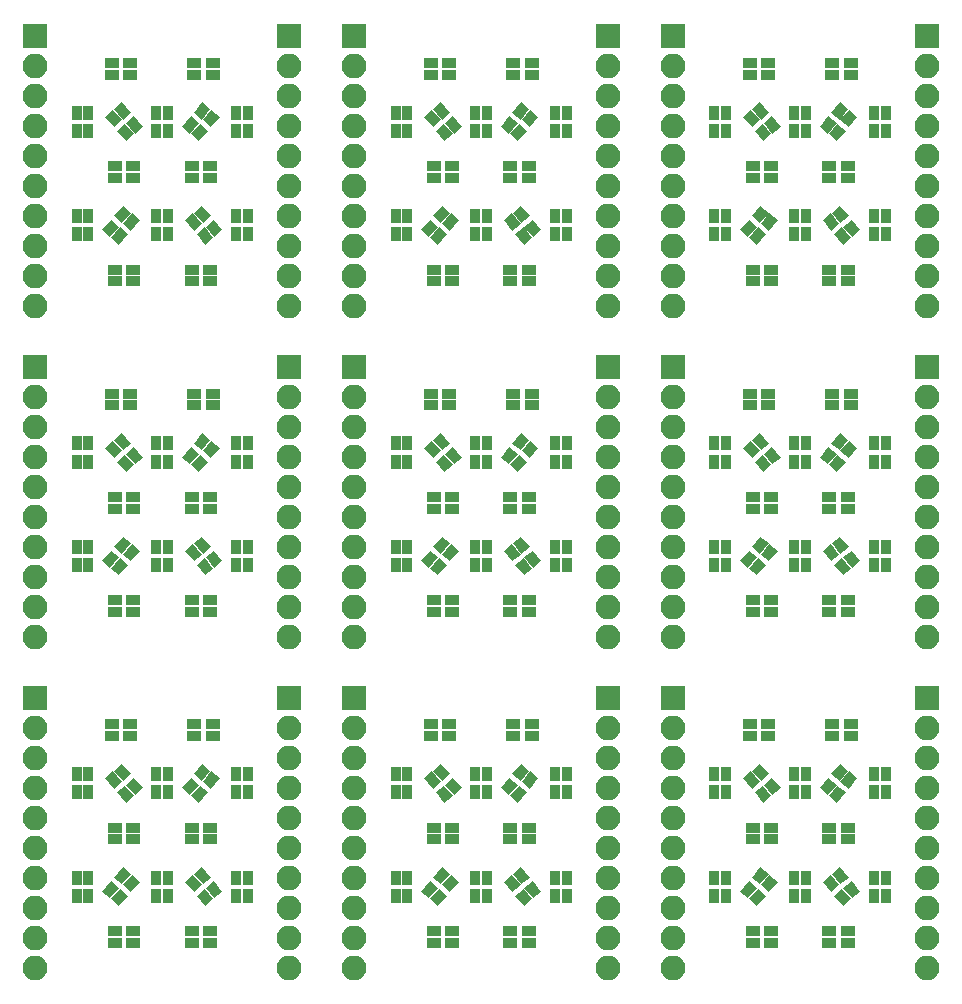
<source format=gbr>
G04 #@! TF.FileFunction,Soldermask,Top*
%FSLAX46Y46*%
G04 Gerber Fmt 4.6, Leading zero omitted, Abs format (unit mm)*
G04 Created by KiCad (PCBNEW 4.0.1-stable) date 2017/04/09 5:42:53*
%MOMM*%
G01*
G04 APERTURE LIST*
%ADD10C,0.100000*%
%ADD11R,1.150000X0.900000*%
%ADD12R,0.900000X1.150000*%
%ADD13R,2.100000X2.100000*%
%ADD14O,2.100000X2.100000*%
G04 APERTURE END LIST*
D10*
D11*
X168775000Y-45750000D03*
X168775000Y-46750000D03*
X167225000Y-45750000D03*
X167225000Y-46750000D03*
X175775000Y-45750000D03*
X175775000Y-46750000D03*
X174225000Y-45750000D03*
X174225000Y-46750000D03*
D12*
X164250000Y-49975000D03*
X165250000Y-49975000D03*
X164250000Y-51525000D03*
X165250000Y-51525000D03*
D10*
G36*
X168083140Y-50628930D02*
X167393700Y-51207439D01*
X166654494Y-50326488D01*
X167343934Y-49747979D01*
X168083140Y-50628930D01*
X168083140Y-50628930D01*
G37*
G36*
X168849185Y-49986143D02*
X168159745Y-50564652D01*
X167420539Y-49683701D01*
X168109979Y-49105192D01*
X168849185Y-49986143D01*
X168849185Y-49986143D01*
G37*
G36*
X169079461Y-51816299D02*
X168390021Y-52394808D01*
X167650815Y-51513857D01*
X168340255Y-50935348D01*
X169079461Y-51816299D01*
X169079461Y-51816299D01*
G37*
G36*
X169845506Y-51173512D02*
X169156066Y-51752021D01*
X168416860Y-50871070D01*
X169106300Y-50292561D01*
X169845506Y-51173512D01*
X169845506Y-51173512D01*
G37*
D12*
X171000000Y-49975000D03*
X172000000Y-49975000D03*
X171000000Y-51525000D03*
X172000000Y-51525000D03*
D10*
G36*
X174840255Y-50564652D02*
X174150815Y-49986143D01*
X174890021Y-49105192D01*
X175579461Y-49683701D01*
X174840255Y-50564652D01*
X174840255Y-50564652D01*
G37*
G36*
X175606300Y-51207439D02*
X174916860Y-50628930D01*
X175656066Y-49747979D01*
X176345506Y-50326488D01*
X175606300Y-51207439D01*
X175606300Y-51207439D01*
G37*
G36*
X173843934Y-51752021D02*
X173154494Y-51173512D01*
X173893700Y-50292561D01*
X174583140Y-50871070D01*
X173843934Y-51752021D01*
X173843934Y-51752021D01*
G37*
G36*
X174609979Y-52394808D02*
X173920539Y-51816299D01*
X174659745Y-50935348D01*
X175349185Y-51513857D01*
X174609979Y-52394808D01*
X174609979Y-52394808D01*
G37*
D12*
X177750000Y-49975000D03*
X178750000Y-49975000D03*
X177750000Y-51525000D03*
X178750000Y-51525000D03*
D11*
X169025000Y-54500000D03*
X169025000Y-55500000D03*
X167475000Y-54500000D03*
X167475000Y-55500000D03*
X175525000Y-54500000D03*
X175525000Y-55500000D03*
X173975000Y-54500000D03*
X173975000Y-55500000D03*
D12*
X164250000Y-58725000D03*
X165250000Y-58725000D03*
X164250000Y-60275000D03*
X165250000Y-60275000D03*
D10*
G36*
X168090255Y-59314652D02*
X167400815Y-58736143D01*
X168140021Y-57855192D01*
X168829461Y-58433701D01*
X168090255Y-59314652D01*
X168090255Y-59314652D01*
G37*
G36*
X168856300Y-59957439D02*
X168166860Y-59378930D01*
X168906066Y-58497979D01*
X169595506Y-59076488D01*
X168856300Y-59957439D01*
X168856300Y-59957439D01*
G37*
G36*
X167093934Y-60502021D02*
X166404494Y-59923512D01*
X167143700Y-59042561D01*
X167833140Y-59621070D01*
X167093934Y-60502021D01*
X167093934Y-60502021D01*
G37*
G36*
X167859979Y-61144808D02*
X167170539Y-60566299D01*
X167909745Y-59685348D01*
X168599185Y-60263857D01*
X167859979Y-61144808D01*
X167859979Y-61144808D01*
G37*
D12*
X171000000Y-58725000D03*
X172000000Y-58725000D03*
X171000000Y-60275000D03*
X172000000Y-60275000D03*
D10*
G36*
X174833140Y-59378930D02*
X174143700Y-59957439D01*
X173404494Y-59076488D01*
X174093934Y-58497979D01*
X174833140Y-59378930D01*
X174833140Y-59378930D01*
G37*
G36*
X175599185Y-58736143D02*
X174909745Y-59314652D01*
X174170539Y-58433701D01*
X174859979Y-57855192D01*
X175599185Y-58736143D01*
X175599185Y-58736143D01*
G37*
G36*
X175829461Y-60566299D02*
X175140021Y-61144808D01*
X174400815Y-60263857D01*
X175090255Y-59685348D01*
X175829461Y-60566299D01*
X175829461Y-60566299D01*
G37*
G36*
X176595506Y-59923512D02*
X175906066Y-60502021D01*
X175166860Y-59621070D01*
X175856300Y-59042561D01*
X176595506Y-59923512D01*
X176595506Y-59923512D01*
G37*
D12*
X177750000Y-58725000D03*
X178750000Y-58725000D03*
X177750000Y-60275000D03*
X178750000Y-60275000D03*
D11*
X169025000Y-63250000D03*
X169025000Y-64250000D03*
X167475000Y-63250000D03*
X167475000Y-64250000D03*
X175525000Y-63250000D03*
X175525000Y-64250000D03*
X173975000Y-63250000D03*
X173975000Y-64250000D03*
D13*
X182250000Y-43500000D03*
D14*
X182250000Y-46040000D03*
X182250000Y-48580000D03*
X182250000Y-51120000D03*
X182250000Y-53660000D03*
X182250000Y-56200000D03*
X182250000Y-58740000D03*
X182250000Y-61280000D03*
X182250000Y-63820000D03*
X182250000Y-66360000D03*
D13*
X160750000Y-43500000D03*
D14*
X160750000Y-46040000D03*
X160750000Y-48580000D03*
X160750000Y-51120000D03*
X160750000Y-53660000D03*
X160750000Y-56200000D03*
X160750000Y-58740000D03*
X160750000Y-61280000D03*
X160750000Y-63820000D03*
X160750000Y-66360000D03*
D13*
X133750000Y-43500000D03*
D14*
X133750000Y-46040000D03*
X133750000Y-48580000D03*
X133750000Y-51120000D03*
X133750000Y-53660000D03*
X133750000Y-56200000D03*
X133750000Y-58740000D03*
X133750000Y-61280000D03*
X133750000Y-63820000D03*
X133750000Y-66360000D03*
D13*
X155250000Y-43500000D03*
D14*
X155250000Y-46040000D03*
X155250000Y-48580000D03*
X155250000Y-51120000D03*
X155250000Y-53660000D03*
X155250000Y-56200000D03*
X155250000Y-58740000D03*
X155250000Y-61280000D03*
X155250000Y-63820000D03*
X155250000Y-66360000D03*
D11*
X148525000Y-63250000D03*
X148525000Y-64250000D03*
X146975000Y-63250000D03*
X146975000Y-64250000D03*
X142025000Y-63250000D03*
X142025000Y-64250000D03*
X140475000Y-63250000D03*
X140475000Y-64250000D03*
D12*
X150750000Y-58725000D03*
X151750000Y-58725000D03*
X150750000Y-60275000D03*
X151750000Y-60275000D03*
D10*
G36*
X147833140Y-59378930D02*
X147143700Y-59957439D01*
X146404494Y-59076488D01*
X147093934Y-58497979D01*
X147833140Y-59378930D01*
X147833140Y-59378930D01*
G37*
G36*
X148599185Y-58736143D02*
X147909745Y-59314652D01*
X147170539Y-58433701D01*
X147859979Y-57855192D01*
X148599185Y-58736143D01*
X148599185Y-58736143D01*
G37*
G36*
X148829461Y-60566299D02*
X148140021Y-61144808D01*
X147400815Y-60263857D01*
X148090255Y-59685348D01*
X148829461Y-60566299D01*
X148829461Y-60566299D01*
G37*
G36*
X149595506Y-59923512D02*
X148906066Y-60502021D01*
X148166860Y-59621070D01*
X148856300Y-59042561D01*
X149595506Y-59923512D01*
X149595506Y-59923512D01*
G37*
D12*
X144000000Y-58725000D03*
X145000000Y-58725000D03*
X144000000Y-60275000D03*
X145000000Y-60275000D03*
D10*
G36*
X141090255Y-59314652D02*
X140400815Y-58736143D01*
X141140021Y-57855192D01*
X141829461Y-58433701D01*
X141090255Y-59314652D01*
X141090255Y-59314652D01*
G37*
G36*
X141856300Y-59957439D02*
X141166860Y-59378930D01*
X141906066Y-58497979D01*
X142595506Y-59076488D01*
X141856300Y-59957439D01*
X141856300Y-59957439D01*
G37*
G36*
X140093934Y-60502021D02*
X139404494Y-59923512D01*
X140143700Y-59042561D01*
X140833140Y-59621070D01*
X140093934Y-60502021D01*
X140093934Y-60502021D01*
G37*
G36*
X140859979Y-61144808D02*
X140170539Y-60566299D01*
X140909745Y-59685348D01*
X141599185Y-60263857D01*
X140859979Y-61144808D01*
X140859979Y-61144808D01*
G37*
D12*
X137250000Y-58725000D03*
X138250000Y-58725000D03*
X137250000Y-60275000D03*
X138250000Y-60275000D03*
D11*
X148525000Y-54500000D03*
X148525000Y-55500000D03*
X146975000Y-54500000D03*
X146975000Y-55500000D03*
X142025000Y-54500000D03*
X142025000Y-55500000D03*
X140475000Y-54500000D03*
X140475000Y-55500000D03*
D12*
X150750000Y-49975000D03*
X151750000Y-49975000D03*
X150750000Y-51525000D03*
X151750000Y-51525000D03*
D10*
G36*
X147840255Y-50564652D02*
X147150815Y-49986143D01*
X147890021Y-49105192D01*
X148579461Y-49683701D01*
X147840255Y-50564652D01*
X147840255Y-50564652D01*
G37*
G36*
X148606300Y-51207439D02*
X147916860Y-50628930D01*
X148656066Y-49747979D01*
X149345506Y-50326488D01*
X148606300Y-51207439D01*
X148606300Y-51207439D01*
G37*
G36*
X146843934Y-51752021D02*
X146154494Y-51173512D01*
X146893700Y-50292561D01*
X147583140Y-50871070D01*
X146843934Y-51752021D01*
X146843934Y-51752021D01*
G37*
G36*
X147609979Y-52394808D02*
X146920539Y-51816299D01*
X147659745Y-50935348D01*
X148349185Y-51513857D01*
X147609979Y-52394808D01*
X147609979Y-52394808D01*
G37*
D12*
X144000000Y-49975000D03*
X145000000Y-49975000D03*
X144000000Y-51525000D03*
X145000000Y-51525000D03*
D10*
G36*
X141083140Y-50628930D02*
X140393700Y-51207439D01*
X139654494Y-50326488D01*
X140343934Y-49747979D01*
X141083140Y-50628930D01*
X141083140Y-50628930D01*
G37*
G36*
X141849185Y-49986143D02*
X141159745Y-50564652D01*
X140420539Y-49683701D01*
X141109979Y-49105192D01*
X141849185Y-49986143D01*
X141849185Y-49986143D01*
G37*
G36*
X142079461Y-51816299D02*
X141390021Y-52394808D01*
X140650815Y-51513857D01*
X141340255Y-50935348D01*
X142079461Y-51816299D01*
X142079461Y-51816299D01*
G37*
G36*
X142845506Y-51173512D02*
X142156066Y-51752021D01*
X141416860Y-50871070D01*
X142106300Y-50292561D01*
X142845506Y-51173512D01*
X142845506Y-51173512D01*
G37*
D12*
X137250000Y-49975000D03*
X138250000Y-49975000D03*
X137250000Y-51525000D03*
X138250000Y-51525000D03*
D11*
X148775000Y-45750000D03*
X148775000Y-46750000D03*
X147225000Y-45750000D03*
X147225000Y-46750000D03*
X141775000Y-45750000D03*
X141775000Y-46750000D03*
X140225000Y-45750000D03*
X140225000Y-46750000D03*
X114775000Y-45750000D03*
X114775000Y-46750000D03*
X113225000Y-45750000D03*
X113225000Y-46750000D03*
X121775000Y-45750000D03*
X121775000Y-46750000D03*
X120225000Y-45750000D03*
X120225000Y-46750000D03*
D12*
X110250000Y-49975000D03*
X111250000Y-49975000D03*
X110250000Y-51525000D03*
X111250000Y-51525000D03*
D10*
G36*
X114083140Y-50628930D02*
X113393700Y-51207439D01*
X112654494Y-50326488D01*
X113343934Y-49747979D01*
X114083140Y-50628930D01*
X114083140Y-50628930D01*
G37*
G36*
X114849185Y-49986143D02*
X114159745Y-50564652D01*
X113420539Y-49683701D01*
X114109979Y-49105192D01*
X114849185Y-49986143D01*
X114849185Y-49986143D01*
G37*
G36*
X115079461Y-51816299D02*
X114390021Y-52394808D01*
X113650815Y-51513857D01*
X114340255Y-50935348D01*
X115079461Y-51816299D01*
X115079461Y-51816299D01*
G37*
G36*
X115845506Y-51173512D02*
X115156066Y-51752021D01*
X114416860Y-50871070D01*
X115106300Y-50292561D01*
X115845506Y-51173512D01*
X115845506Y-51173512D01*
G37*
D12*
X117000000Y-49975000D03*
X118000000Y-49975000D03*
X117000000Y-51525000D03*
X118000000Y-51525000D03*
D10*
G36*
X120840255Y-50564652D02*
X120150815Y-49986143D01*
X120890021Y-49105192D01*
X121579461Y-49683701D01*
X120840255Y-50564652D01*
X120840255Y-50564652D01*
G37*
G36*
X121606300Y-51207439D02*
X120916860Y-50628930D01*
X121656066Y-49747979D01*
X122345506Y-50326488D01*
X121606300Y-51207439D01*
X121606300Y-51207439D01*
G37*
G36*
X119843934Y-51752021D02*
X119154494Y-51173512D01*
X119893700Y-50292561D01*
X120583140Y-50871070D01*
X119843934Y-51752021D01*
X119843934Y-51752021D01*
G37*
G36*
X120609979Y-52394808D02*
X119920539Y-51816299D01*
X120659745Y-50935348D01*
X121349185Y-51513857D01*
X120609979Y-52394808D01*
X120609979Y-52394808D01*
G37*
D12*
X123750000Y-49975000D03*
X124750000Y-49975000D03*
X123750000Y-51525000D03*
X124750000Y-51525000D03*
D11*
X115025000Y-54500000D03*
X115025000Y-55500000D03*
X113475000Y-54500000D03*
X113475000Y-55500000D03*
X121525000Y-54500000D03*
X121525000Y-55500000D03*
X119975000Y-54500000D03*
X119975000Y-55500000D03*
D12*
X110250000Y-58725000D03*
X111250000Y-58725000D03*
X110250000Y-60275000D03*
X111250000Y-60275000D03*
D10*
G36*
X114090255Y-59314652D02*
X113400815Y-58736143D01*
X114140021Y-57855192D01*
X114829461Y-58433701D01*
X114090255Y-59314652D01*
X114090255Y-59314652D01*
G37*
G36*
X114856300Y-59957439D02*
X114166860Y-59378930D01*
X114906066Y-58497979D01*
X115595506Y-59076488D01*
X114856300Y-59957439D01*
X114856300Y-59957439D01*
G37*
G36*
X113093934Y-60502021D02*
X112404494Y-59923512D01*
X113143700Y-59042561D01*
X113833140Y-59621070D01*
X113093934Y-60502021D01*
X113093934Y-60502021D01*
G37*
G36*
X113859979Y-61144808D02*
X113170539Y-60566299D01*
X113909745Y-59685348D01*
X114599185Y-60263857D01*
X113859979Y-61144808D01*
X113859979Y-61144808D01*
G37*
D12*
X117000000Y-58725000D03*
X118000000Y-58725000D03*
X117000000Y-60275000D03*
X118000000Y-60275000D03*
D10*
G36*
X120833140Y-59378930D02*
X120143700Y-59957439D01*
X119404494Y-59076488D01*
X120093934Y-58497979D01*
X120833140Y-59378930D01*
X120833140Y-59378930D01*
G37*
G36*
X121599185Y-58736143D02*
X120909745Y-59314652D01*
X120170539Y-58433701D01*
X120859979Y-57855192D01*
X121599185Y-58736143D01*
X121599185Y-58736143D01*
G37*
G36*
X121829461Y-60566299D02*
X121140021Y-61144808D01*
X120400815Y-60263857D01*
X121090255Y-59685348D01*
X121829461Y-60566299D01*
X121829461Y-60566299D01*
G37*
G36*
X122595506Y-59923512D02*
X121906066Y-60502021D01*
X121166860Y-59621070D01*
X121856300Y-59042561D01*
X122595506Y-59923512D01*
X122595506Y-59923512D01*
G37*
D12*
X123750000Y-58725000D03*
X124750000Y-58725000D03*
X123750000Y-60275000D03*
X124750000Y-60275000D03*
D11*
X115025000Y-63250000D03*
X115025000Y-64250000D03*
X113475000Y-63250000D03*
X113475000Y-64250000D03*
X121525000Y-63250000D03*
X121525000Y-64250000D03*
X119975000Y-63250000D03*
X119975000Y-64250000D03*
D13*
X128250000Y-43500000D03*
D14*
X128250000Y-46040000D03*
X128250000Y-48580000D03*
X128250000Y-51120000D03*
X128250000Y-53660000D03*
X128250000Y-56200000D03*
X128250000Y-58740000D03*
X128250000Y-61280000D03*
X128250000Y-63820000D03*
X128250000Y-66360000D03*
D13*
X106750000Y-43500000D03*
D14*
X106750000Y-46040000D03*
X106750000Y-48580000D03*
X106750000Y-51120000D03*
X106750000Y-53660000D03*
X106750000Y-56200000D03*
X106750000Y-58740000D03*
X106750000Y-61280000D03*
X106750000Y-63820000D03*
X106750000Y-66360000D03*
D13*
X106750000Y-71500000D03*
D14*
X106750000Y-74040000D03*
X106750000Y-76580000D03*
X106750000Y-79120000D03*
X106750000Y-81660000D03*
X106750000Y-84200000D03*
X106750000Y-86740000D03*
X106750000Y-89280000D03*
X106750000Y-91820000D03*
X106750000Y-94360000D03*
D13*
X128250000Y-71500000D03*
D14*
X128250000Y-74040000D03*
X128250000Y-76580000D03*
X128250000Y-79120000D03*
X128250000Y-81660000D03*
X128250000Y-84200000D03*
X128250000Y-86740000D03*
X128250000Y-89280000D03*
X128250000Y-91820000D03*
X128250000Y-94360000D03*
D11*
X121525000Y-91250000D03*
X121525000Y-92250000D03*
X119975000Y-91250000D03*
X119975000Y-92250000D03*
X115025000Y-91250000D03*
X115025000Y-92250000D03*
X113475000Y-91250000D03*
X113475000Y-92250000D03*
D12*
X123750000Y-86725000D03*
X124750000Y-86725000D03*
X123750000Y-88275000D03*
X124750000Y-88275000D03*
D10*
G36*
X120833140Y-87378930D02*
X120143700Y-87957439D01*
X119404494Y-87076488D01*
X120093934Y-86497979D01*
X120833140Y-87378930D01*
X120833140Y-87378930D01*
G37*
G36*
X121599185Y-86736143D02*
X120909745Y-87314652D01*
X120170539Y-86433701D01*
X120859979Y-85855192D01*
X121599185Y-86736143D01*
X121599185Y-86736143D01*
G37*
G36*
X121829461Y-88566299D02*
X121140021Y-89144808D01*
X120400815Y-88263857D01*
X121090255Y-87685348D01*
X121829461Y-88566299D01*
X121829461Y-88566299D01*
G37*
G36*
X122595506Y-87923512D02*
X121906066Y-88502021D01*
X121166860Y-87621070D01*
X121856300Y-87042561D01*
X122595506Y-87923512D01*
X122595506Y-87923512D01*
G37*
D12*
X117000000Y-86725000D03*
X118000000Y-86725000D03*
X117000000Y-88275000D03*
X118000000Y-88275000D03*
D10*
G36*
X114090255Y-87314652D02*
X113400815Y-86736143D01*
X114140021Y-85855192D01*
X114829461Y-86433701D01*
X114090255Y-87314652D01*
X114090255Y-87314652D01*
G37*
G36*
X114856300Y-87957439D02*
X114166860Y-87378930D01*
X114906066Y-86497979D01*
X115595506Y-87076488D01*
X114856300Y-87957439D01*
X114856300Y-87957439D01*
G37*
G36*
X113093934Y-88502021D02*
X112404494Y-87923512D01*
X113143700Y-87042561D01*
X113833140Y-87621070D01*
X113093934Y-88502021D01*
X113093934Y-88502021D01*
G37*
G36*
X113859979Y-89144808D02*
X113170539Y-88566299D01*
X113909745Y-87685348D01*
X114599185Y-88263857D01*
X113859979Y-89144808D01*
X113859979Y-89144808D01*
G37*
D12*
X110250000Y-86725000D03*
X111250000Y-86725000D03*
X110250000Y-88275000D03*
X111250000Y-88275000D03*
D11*
X121525000Y-82500000D03*
X121525000Y-83500000D03*
X119975000Y-82500000D03*
X119975000Y-83500000D03*
X115025000Y-82500000D03*
X115025000Y-83500000D03*
X113475000Y-82500000D03*
X113475000Y-83500000D03*
D12*
X123750000Y-77975000D03*
X124750000Y-77975000D03*
X123750000Y-79525000D03*
X124750000Y-79525000D03*
D10*
G36*
X120840255Y-78564652D02*
X120150815Y-77986143D01*
X120890021Y-77105192D01*
X121579461Y-77683701D01*
X120840255Y-78564652D01*
X120840255Y-78564652D01*
G37*
G36*
X121606300Y-79207439D02*
X120916860Y-78628930D01*
X121656066Y-77747979D01*
X122345506Y-78326488D01*
X121606300Y-79207439D01*
X121606300Y-79207439D01*
G37*
G36*
X119843934Y-79752021D02*
X119154494Y-79173512D01*
X119893700Y-78292561D01*
X120583140Y-78871070D01*
X119843934Y-79752021D01*
X119843934Y-79752021D01*
G37*
G36*
X120609979Y-80394808D02*
X119920539Y-79816299D01*
X120659745Y-78935348D01*
X121349185Y-79513857D01*
X120609979Y-80394808D01*
X120609979Y-80394808D01*
G37*
D12*
X117000000Y-77975000D03*
X118000000Y-77975000D03*
X117000000Y-79525000D03*
X118000000Y-79525000D03*
D10*
G36*
X114083140Y-78628930D02*
X113393700Y-79207439D01*
X112654494Y-78326488D01*
X113343934Y-77747979D01*
X114083140Y-78628930D01*
X114083140Y-78628930D01*
G37*
G36*
X114849185Y-77986143D02*
X114159745Y-78564652D01*
X113420539Y-77683701D01*
X114109979Y-77105192D01*
X114849185Y-77986143D01*
X114849185Y-77986143D01*
G37*
G36*
X115079461Y-79816299D02*
X114390021Y-80394808D01*
X113650815Y-79513857D01*
X114340255Y-78935348D01*
X115079461Y-79816299D01*
X115079461Y-79816299D01*
G37*
G36*
X115845506Y-79173512D02*
X115156066Y-79752021D01*
X114416860Y-78871070D01*
X115106300Y-78292561D01*
X115845506Y-79173512D01*
X115845506Y-79173512D01*
G37*
D12*
X110250000Y-77975000D03*
X111250000Y-77975000D03*
X110250000Y-79525000D03*
X111250000Y-79525000D03*
D11*
X121775000Y-73750000D03*
X121775000Y-74750000D03*
X120225000Y-73750000D03*
X120225000Y-74750000D03*
X114775000Y-73750000D03*
X114775000Y-74750000D03*
X113225000Y-73750000D03*
X113225000Y-74750000D03*
X141775000Y-73750000D03*
X141775000Y-74750000D03*
X140225000Y-73750000D03*
X140225000Y-74750000D03*
X148775000Y-73750000D03*
X148775000Y-74750000D03*
X147225000Y-73750000D03*
X147225000Y-74750000D03*
D12*
X137250000Y-77975000D03*
X138250000Y-77975000D03*
X137250000Y-79525000D03*
X138250000Y-79525000D03*
D10*
G36*
X141083140Y-78628930D02*
X140393700Y-79207439D01*
X139654494Y-78326488D01*
X140343934Y-77747979D01*
X141083140Y-78628930D01*
X141083140Y-78628930D01*
G37*
G36*
X141849185Y-77986143D02*
X141159745Y-78564652D01*
X140420539Y-77683701D01*
X141109979Y-77105192D01*
X141849185Y-77986143D01*
X141849185Y-77986143D01*
G37*
G36*
X142079461Y-79816299D02*
X141390021Y-80394808D01*
X140650815Y-79513857D01*
X141340255Y-78935348D01*
X142079461Y-79816299D01*
X142079461Y-79816299D01*
G37*
G36*
X142845506Y-79173512D02*
X142156066Y-79752021D01*
X141416860Y-78871070D01*
X142106300Y-78292561D01*
X142845506Y-79173512D01*
X142845506Y-79173512D01*
G37*
D12*
X144000000Y-77975000D03*
X145000000Y-77975000D03*
X144000000Y-79525000D03*
X145000000Y-79525000D03*
D10*
G36*
X147840255Y-78564652D02*
X147150815Y-77986143D01*
X147890021Y-77105192D01*
X148579461Y-77683701D01*
X147840255Y-78564652D01*
X147840255Y-78564652D01*
G37*
G36*
X148606300Y-79207439D02*
X147916860Y-78628930D01*
X148656066Y-77747979D01*
X149345506Y-78326488D01*
X148606300Y-79207439D01*
X148606300Y-79207439D01*
G37*
G36*
X146843934Y-79752021D02*
X146154494Y-79173512D01*
X146893700Y-78292561D01*
X147583140Y-78871070D01*
X146843934Y-79752021D01*
X146843934Y-79752021D01*
G37*
G36*
X147609979Y-80394808D02*
X146920539Y-79816299D01*
X147659745Y-78935348D01*
X148349185Y-79513857D01*
X147609979Y-80394808D01*
X147609979Y-80394808D01*
G37*
D12*
X150750000Y-77975000D03*
X151750000Y-77975000D03*
X150750000Y-79525000D03*
X151750000Y-79525000D03*
D11*
X142025000Y-82500000D03*
X142025000Y-83500000D03*
X140475000Y-82500000D03*
X140475000Y-83500000D03*
X148525000Y-82500000D03*
X148525000Y-83500000D03*
X146975000Y-82500000D03*
X146975000Y-83500000D03*
D12*
X137250000Y-86725000D03*
X138250000Y-86725000D03*
X137250000Y-88275000D03*
X138250000Y-88275000D03*
D10*
G36*
X141090255Y-87314652D02*
X140400815Y-86736143D01*
X141140021Y-85855192D01*
X141829461Y-86433701D01*
X141090255Y-87314652D01*
X141090255Y-87314652D01*
G37*
G36*
X141856300Y-87957439D02*
X141166860Y-87378930D01*
X141906066Y-86497979D01*
X142595506Y-87076488D01*
X141856300Y-87957439D01*
X141856300Y-87957439D01*
G37*
G36*
X140093934Y-88502021D02*
X139404494Y-87923512D01*
X140143700Y-87042561D01*
X140833140Y-87621070D01*
X140093934Y-88502021D01*
X140093934Y-88502021D01*
G37*
G36*
X140859979Y-89144808D02*
X140170539Y-88566299D01*
X140909745Y-87685348D01*
X141599185Y-88263857D01*
X140859979Y-89144808D01*
X140859979Y-89144808D01*
G37*
D12*
X144000000Y-86725000D03*
X145000000Y-86725000D03*
X144000000Y-88275000D03*
X145000000Y-88275000D03*
D10*
G36*
X147833140Y-87378930D02*
X147143700Y-87957439D01*
X146404494Y-87076488D01*
X147093934Y-86497979D01*
X147833140Y-87378930D01*
X147833140Y-87378930D01*
G37*
G36*
X148599185Y-86736143D02*
X147909745Y-87314652D01*
X147170539Y-86433701D01*
X147859979Y-85855192D01*
X148599185Y-86736143D01*
X148599185Y-86736143D01*
G37*
G36*
X148829461Y-88566299D02*
X148140021Y-89144808D01*
X147400815Y-88263857D01*
X148090255Y-87685348D01*
X148829461Y-88566299D01*
X148829461Y-88566299D01*
G37*
G36*
X149595506Y-87923512D02*
X148906066Y-88502021D01*
X148166860Y-87621070D01*
X148856300Y-87042561D01*
X149595506Y-87923512D01*
X149595506Y-87923512D01*
G37*
D12*
X150750000Y-86725000D03*
X151750000Y-86725000D03*
X150750000Y-88275000D03*
X151750000Y-88275000D03*
D11*
X142025000Y-91250000D03*
X142025000Y-92250000D03*
X140475000Y-91250000D03*
X140475000Y-92250000D03*
X148525000Y-91250000D03*
X148525000Y-92250000D03*
X146975000Y-91250000D03*
X146975000Y-92250000D03*
D13*
X155250000Y-71500000D03*
D14*
X155250000Y-74040000D03*
X155250000Y-76580000D03*
X155250000Y-79120000D03*
X155250000Y-81660000D03*
X155250000Y-84200000D03*
X155250000Y-86740000D03*
X155250000Y-89280000D03*
X155250000Y-91820000D03*
X155250000Y-94360000D03*
D13*
X133750000Y-71500000D03*
D14*
X133750000Y-74040000D03*
X133750000Y-76580000D03*
X133750000Y-79120000D03*
X133750000Y-81660000D03*
X133750000Y-84200000D03*
X133750000Y-86740000D03*
X133750000Y-89280000D03*
X133750000Y-91820000D03*
X133750000Y-94360000D03*
D13*
X160750000Y-71500000D03*
D14*
X160750000Y-74040000D03*
X160750000Y-76580000D03*
X160750000Y-79120000D03*
X160750000Y-81660000D03*
X160750000Y-84200000D03*
X160750000Y-86740000D03*
X160750000Y-89280000D03*
X160750000Y-91820000D03*
X160750000Y-94360000D03*
D13*
X182250000Y-71500000D03*
D14*
X182250000Y-74040000D03*
X182250000Y-76580000D03*
X182250000Y-79120000D03*
X182250000Y-81660000D03*
X182250000Y-84200000D03*
X182250000Y-86740000D03*
X182250000Y-89280000D03*
X182250000Y-91820000D03*
X182250000Y-94360000D03*
D11*
X175525000Y-91250000D03*
X175525000Y-92250000D03*
X173975000Y-91250000D03*
X173975000Y-92250000D03*
X169025000Y-91250000D03*
X169025000Y-92250000D03*
X167475000Y-91250000D03*
X167475000Y-92250000D03*
D12*
X177750000Y-86725000D03*
X178750000Y-86725000D03*
X177750000Y-88275000D03*
X178750000Y-88275000D03*
D10*
G36*
X174833140Y-87378930D02*
X174143700Y-87957439D01*
X173404494Y-87076488D01*
X174093934Y-86497979D01*
X174833140Y-87378930D01*
X174833140Y-87378930D01*
G37*
G36*
X175599185Y-86736143D02*
X174909745Y-87314652D01*
X174170539Y-86433701D01*
X174859979Y-85855192D01*
X175599185Y-86736143D01*
X175599185Y-86736143D01*
G37*
G36*
X175829461Y-88566299D02*
X175140021Y-89144808D01*
X174400815Y-88263857D01*
X175090255Y-87685348D01*
X175829461Y-88566299D01*
X175829461Y-88566299D01*
G37*
G36*
X176595506Y-87923512D02*
X175906066Y-88502021D01*
X175166860Y-87621070D01*
X175856300Y-87042561D01*
X176595506Y-87923512D01*
X176595506Y-87923512D01*
G37*
D12*
X171000000Y-86725000D03*
X172000000Y-86725000D03*
X171000000Y-88275000D03*
X172000000Y-88275000D03*
D10*
G36*
X168090255Y-87314652D02*
X167400815Y-86736143D01*
X168140021Y-85855192D01*
X168829461Y-86433701D01*
X168090255Y-87314652D01*
X168090255Y-87314652D01*
G37*
G36*
X168856300Y-87957439D02*
X168166860Y-87378930D01*
X168906066Y-86497979D01*
X169595506Y-87076488D01*
X168856300Y-87957439D01*
X168856300Y-87957439D01*
G37*
G36*
X167093934Y-88502021D02*
X166404494Y-87923512D01*
X167143700Y-87042561D01*
X167833140Y-87621070D01*
X167093934Y-88502021D01*
X167093934Y-88502021D01*
G37*
G36*
X167859979Y-89144808D02*
X167170539Y-88566299D01*
X167909745Y-87685348D01*
X168599185Y-88263857D01*
X167859979Y-89144808D01*
X167859979Y-89144808D01*
G37*
D12*
X164250000Y-86725000D03*
X165250000Y-86725000D03*
X164250000Y-88275000D03*
X165250000Y-88275000D03*
D11*
X175525000Y-82500000D03*
X175525000Y-83500000D03*
X173975000Y-82500000D03*
X173975000Y-83500000D03*
X169025000Y-82500000D03*
X169025000Y-83500000D03*
X167475000Y-82500000D03*
X167475000Y-83500000D03*
D12*
X177750000Y-77975000D03*
X178750000Y-77975000D03*
X177750000Y-79525000D03*
X178750000Y-79525000D03*
D10*
G36*
X174840255Y-78564652D02*
X174150815Y-77986143D01*
X174890021Y-77105192D01*
X175579461Y-77683701D01*
X174840255Y-78564652D01*
X174840255Y-78564652D01*
G37*
G36*
X175606300Y-79207439D02*
X174916860Y-78628930D01*
X175656066Y-77747979D01*
X176345506Y-78326488D01*
X175606300Y-79207439D01*
X175606300Y-79207439D01*
G37*
G36*
X173843934Y-79752021D02*
X173154494Y-79173512D01*
X173893700Y-78292561D01*
X174583140Y-78871070D01*
X173843934Y-79752021D01*
X173843934Y-79752021D01*
G37*
G36*
X174609979Y-80394808D02*
X173920539Y-79816299D01*
X174659745Y-78935348D01*
X175349185Y-79513857D01*
X174609979Y-80394808D01*
X174609979Y-80394808D01*
G37*
D12*
X171000000Y-77975000D03*
X172000000Y-77975000D03*
X171000000Y-79525000D03*
X172000000Y-79525000D03*
D10*
G36*
X168083140Y-78628930D02*
X167393700Y-79207439D01*
X166654494Y-78326488D01*
X167343934Y-77747979D01*
X168083140Y-78628930D01*
X168083140Y-78628930D01*
G37*
G36*
X168849185Y-77986143D02*
X168159745Y-78564652D01*
X167420539Y-77683701D01*
X168109979Y-77105192D01*
X168849185Y-77986143D01*
X168849185Y-77986143D01*
G37*
G36*
X169079461Y-79816299D02*
X168390021Y-80394808D01*
X167650815Y-79513857D01*
X168340255Y-78935348D01*
X169079461Y-79816299D01*
X169079461Y-79816299D01*
G37*
G36*
X169845506Y-79173512D02*
X169156066Y-79752021D01*
X168416860Y-78871070D01*
X169106300Y-78292561D01*
X169845506Y-79173512D01*
X169845506Y-79173512D01*
G37*
D12*
X164250000Y-77975000D03*
X165250000Y-77975000D03*
X164250000Y-79525000D03*
X165250000Y-79525000D03*
D11*
X175775000Y-73750000D03*
X175775000Y-74750000D03*
X174225000Y-73750000D03*
X174225000Y-74750000D03*
X168775000Y-73750000D03*
X168775000Y-74750000D03*
X167225000Y-73750000D03*
X167225000Y-74750000D03*
X168775000Y-101750000D03*
X168775000Y-102750000D03*
X167225000Y-101750000D03*
X167225000Y-102750000D03*
X175775000Y-101750000D03*
X175775000Y-102750000D03*
X174225000Y-101750000D03*
X174225000Y-102750000D03*
D12*
X164250000Y-105975000D03*
X165250000Y-105975000D03*
X164250000Y-107525000D03*
X165250000Y-107525000D03*
D10*
G36*
X168083140Y-106628930D02*
X167393700Y-107207439D01*
X166654494Y-106326488D01*
X167343934Y-105747979D01*
X168083140Y-106628930D01*
X168083140Y-106628930D01*
G37*
G36*
X168849185Y-105986143D02*
X168159745Y-106564652D01*
X167420539Y-105683701D01*
X168109979Y-105105192D01*
X168849185Y-105986143D01*
X168849185Y-105986143D01*
G37*
G36*
X169079461Y-107816299D02*
X168390021Y-108394808D01*
X167650815Y-107513857D01*
X168340255Y-106935348D01*
X169079461Y-107816299D01*
X169079461Y-107816299D01*
G37*
G36*
X169845506Y-107173512D02*
X169156066Y-107752021D01*
X168416860Y-106871070D01*
X169106300Y-106292561D01*
X169845506Y-107173512D01*
X169845506Y-107173512D01*
G37*
D12*
X171000000Y-105975000D03*
X172000000Y-105975000D03*
X171000000Y-107525000D03*
X172000000Y-107525000D03*
D10*
G36*
X174840255Y-106564652D02*
X174150815Y-105986143D01*
X174890021Y-105105192D01*
X175579461Y-105683701D01*
X174840255Y-106564652D01*
X174840255Y-106564652D01*
G37*
G36*
X175606300Y-107207439D02*
X174916860Y-106628930D01*
X175656066Y-105747979D01*
X176345506Y-106326488D01*
X175606300Y-107207439D01*
X175606300Y-107207439D01*
G37*
G36*
X173843934Y-107752021D02*
X173154494Y-107173512D01*
X173893700Y-106292561D01*
X174583140Y-106871070D01*
X173843934Y-107752021D01*
X173843934Y-107752021D01*
G37*
G36*
X174609979Y-108394808D02*
X173920539Y-107816299D01*
X174659745Y-106935348D01*
X175349185Y-107513857D01*
X174609979Y-108394808D01*
X174609979Y-108394808D01*
G37*
D12*
X177750000Y-105975000D03*
X178750000Y-105975000D03*
X177750000Y-107525000D03*
X178750000Y-107525000D03*
D11*
X169025000Y-110500000D03*
X169025000Y-111500000D03*
X167475000Y-110500000D03*
X167475000Y-111500000D03*
X175525000Y-110500000D03*
X175525000Y-111500000D03*
X173975000Y-110500000D03*
X173975000Y-111500000D03*
D12*
X164250000Y-114725000D03*
X165250000Y-114725000D03*
X164250000Y-116275000D03*
X165250000Y-116275000D03*
D10*
G36*
X168090255Y-115314652D02*
X167400815Y-114736143D01*
X168140021Y-113855192D01*
X168829461Y-114433701D01*
X168090255Y-115314652D01*
X168090255Y-115314652D01*
G37*
G36*
X168856300Y-115957439D02*
X168166860Y-115378930D01*
X168906066Y-114497979D01*
X169595506Y-115076488D01*
X168856300Y-115957439D01*
X168856300Y-115957439D01*
G37*
G36*
X167093934Y-116502021D02*
X166404494Y-115923512D01*
X167143700Y-115042561D01*
X167833140Y-115621070D01*
X167093934Y-116502021D01*
X167093934Y-116502021D01*
G37*
G36*
X167859979Y-117144808D02*
X167170539Y-116566299D01*
X167909745Y-115685348D01*
X168599185Y-116263857D01*
X167859979Y-117144808D01*
X167859979Y-117144808D01*
G37*
D12*
X171000000Y-114725000D03*
X172000000Y-114725000D03*
X171000000Y-116275000D03*
X172000000Y-116275000D03*
D10*
G36*
X174833140Y-115378930D02*
X174143700Y-115957439D01*
X173404494Y-115076488D01*
X174093934Y-114497979D01*
X174833140Y-115378930D01*
X174833140Y-115378930D01*
G37*
G36*
X175599185Y-114736143D02*
X174909745Y-115314652D01*
X174170539Y-114433701D01*
X174859979Y-113855192D01*
X175599185Y-114736143D01*
X175599185Y-114736143D01*
G37*
G36*
X175829461Y-116566299D02*
X175140021Y-117144808D01*
X174400815Y-116263857D01*
X175090255Y-115685348D01*
X175829461Y-116566299D01*
X175829461Y-116566299D01*
G37*
G36*
X176595506Y-115923512D02*
X175906066Y-116502021D01*
X175166860Y-115621070D01*
X175856300Y-115042561D01*
X176595506Y-115923512D01*
X176595506Y-115923512D01*
G37*
D12*
X177750000Y-114725000D03*
X178750000Y-114725000D03*
X177750000Y-116275000D03*
X178750000Y-116275000D03*
D11*
X169025000Y-119250000D03*
X169025000Y-120250000D03*
X167475000Y-119250000D03*
X167475000Y-120250000D03*
X175525000Y-119250000D03*
X175525000Y-120250000D03*
X173975000Y-119250000D03*
X173975000Y-120250000D03*
D13*
X182250000Y-99500000D03*
D14*
X182250000Y-102040000D03*
X182250000Y-104580000D03*
X182250000Y-107120000D03*
X182250000Y-109660000D03*
X182250000Y-112200000D03*
X182250000Y-114740000D03*
X182250000Y-117280000D03*
X182250000Y-119820000D03*
X182250000Y-122360000D03*
D13*
X160750000Y-99500000D03*
D14*
X160750000Y-102040000D03*
X160750000Y-104580000D03*
X160750000Y-107120000D03*
X160750000Y-109660000D03*
X160750000Y-112200000D03*
X160750000Y-114740000D03*
X160750000Y-117280000D03*
X160750000Y-119820000D03*
X160750000Y-122360000D03*
D13*
X133750000Y-99500000D03*
D14*
X133750000Y-102040000D03*
X133750000Y-104580000D03*
X133750000Y-107120000D03*
X133750000Y-109660000D03*
X133750000Y-112200000D03*
X133750000Y-114740000D03*
X133750000Y-117280000D03*
X133750000Y-119820000D03*
X133750000Y-122360000D03*
D13*
X155250000Y-99500000D03*
D14*
X155250000Y-102040000D03*
X155250000Y-104580000D03*
X155250000Y-107120000D03*
X155250000Y-109660000D03*
X155250000Y-112200000D03*
X155250000Y-114740000D03*
X155250000Y-117280000D03*
X155250000Y-119820000D03*
X155250000Y-122360000D03*
D11*
X148525000Y-119250000D03*
X148525000Y-120250000D03*
X146975000Y-119250000D03*
X146975000Y-120250000D03*
X142025000Y-119250000D03*
X142025000Y-120250000D03*
X140475000Y-119250000D03*
X140475000Y-120250000D03*
D12*
X150750000Y-114725000D03*
X151750000Y-114725000D03*
X150750000Y-116275000D03*
X151750000Y-116275000D03*
D10*
G36*
X147833140Y-115378930D02*
X147143700Y-115957439D01*
X146404494Y-115076488D01*
X147093934Y-114497979D01*
X147833140Y-115378930D01*
X147833140Y-115378930D01*
G37*
G36*
X148599185Y-114736143D02*
X147909745Y-115314652D01*
X147170539Y-114433701D01*
X147859979Y-113855192D01*
X148599185Y-114736143D01*
X148599185Y-114736143D01*
G37*
G36*
X148829461Y-116566299D02*
X148140021Y-117144808D01*
X147400815Y-116263857D01*
X148090255Y-115685348D01*
X148829461Y-116566299D01*
X148829461Y-116566299D01*
G37*
G36*
X149595506Y-115923512D02*
X148906066Y-116502021D01*
X148166860Y-115621070D01*
X148856300Y-115042561D01*
X149595506Y-115923512D01*
X149595506Y-115923512D01*
G37*
D12*
X144000000Y-114725000D03*
X145000000Y-114725000D03*
X144000000Y-116275000D03*
X145000000Y-116275000D03*
D10*
G36*
X141090255Y-115314652D02*
X140400815Y-114736143D01*
X141140021Y-113855192D01*
X141829461Y-114433701D01*
X141090255Y-115314652D01*
X141090255Y-115314652D01*
G37*
G36*
X141856300Y-115957439D02*
X141166860Y-115378930D01*
X141906066Y-114497979D01*
X142595506Y-115076488D01*
X141856300Y-115957439D01*
X141856300Y-115957439D01*
G37*
G36*
X140093934Y-116502021D02*
X139404494Y-115923512D01*
X140143700Y-115042561D01*
X140833140Y-115621070D01*
X140093934Y-116502021D01*
X140093934Y-116502021D01*
G37*
G36*
X140859979Y-117144808D02*
X140170539Y-116566299D01*
X140909745Y-115685348D01*
X141599185Y-116263857D01*
X140859979Y-117144808D01*
X140859979Y-117144808D01*
G37*
D12*
X137250000Y-114725000D03*
X138250000Y-114725000D03*
X137250000Y-116275000D03*
X138250000Y-116275000D03*
D11*
X148525000Y-110500000D03*
X148525000Y-111500000D03*
X146975000Y-110500000D03*
X146975000Y-111500000D03*
X142025000Y-110500000D03*
X142025000Y-111500000D03*
X140475000Y-110500000D03*
X140475000Y-111500000D03*
D12*
X150750000Y-105975000D03*
X151750000Y-105975000D03*
X150750000Y-107525000D03*
X151750000Y-107525000D03*
D10*
G36*
X147840255Y-106564652D02*
X147150815Y-105986143D01*
X147890021Y-105105192D01*
X148579461Y-105683701D01*
X147840255Y-106564652D01*
X147840255Y-106564652D01*
G37*
G36*
X148606300Y-107207439D02*
X147916860Y-106628930D01*
X148656066Y-105747979D01*
X149345506Y-106326488D01*
X148606300Y-107207439D01*
X148606300Y-107207439D01*
G37*
G36*
X146843934Y-107752021D02*
X146154494Y-107173512D01*
X146893700Y-106292561D01*
X147583140Y-106871070D01*
X146843934Y-107752021D01*
X146843934Y-107752021D01*
G37*
G36*
X147609979Y-108394808D02*
X146920539Y-107816299D01*
X147659745Y-106935348D01*
X148349185Y-107513857D01*
X147609979Y-108394808D01*
X147609979Y-108394808D01*
G37*
D12*
X144000000Y-105975000D03*
X145000000Y-105975000D03*
X144000000Y-107525000D03*
X145000000Y-107525000D03*
D10*
G36*
X141083140Y-106628930D02*
X140393700Y-107207439D01*
X139654494Y-106326488D01*
X140343934Y-105747979D01*
X141083140Y-106628930D01*
X141083140Y-106628930D01*
G37*
G36*
X141849185Y-105986143D02*
X141159745Y-106564652D01*
X140420539Y-105683701D01*
X141109979Y-105105192D01*
X141849185Y-105986143D01*
X141849185Y-105986143D01*
G37*
G36*
X142079461Y-107816299D02*
X141390021Y-108394808D01*
X140650815Y-107513857D01*
X141340255Y-106935348D01*
X142079461Y-107816299D01*
X142079461Y-107816299D01*
G37*
G36*
X142845506Y-107173512D02*
X142156066Y-107752021D01*
X141416860Y-106871070D01*
X142106300Y-106292561D01*
X142845506Y-107173512D01*
X142845506Y-107173512D01*
G37*
D12*
X137250000Y-105975000D03*
X138250000Y-105975000D03*
X137250000Y-107525000D03*
X138250000Y-107525000D03*
D11*
X148775000Y-101750000D03*
X148775000Y-102750000D03*
X147225000Y-101750000D03*
X147225000Y-102750000D03*
X141775000Y-101750000D03*
X141775000Y-102750000D03*
X140225000Y-101750000D03*
X140225000Y-102750000D03*
X114775000Y-101750000D03*
X114775000Y-102750000D03*
X113225000Y-101750000D03*
X113225000Y-102750000D03*
X121775000Y-101750000D03*
X121775000Y-102750000D03*
X120225000Y-101750000D03*
X120225000Y-102750000D03*
D12*
X110250000Y-105975000D03*
X111250000Y-105975000D03*
X110250000Y-107525000D03*
X111250000Y-107525000D03*
D10*
G36*
X114083140Y-106628930D02*
X113393700Y-107207439D01*
X112654494Y-106326488D01*
X113343934Y-105747979D01*
X114083140Y-106628930D01*
X114083140Y-106628930D01*
G37*
G36*
X114849185Y-105986143D02*
X114159745Y-106564652D01*
X113420539Y-105683701D01*
X114109979Y-105105192D01*
X114849185Y-105986143D01*
X114849185Y-105986143D01*
G37*
G36*
X115079461Y-107816299D02*
X114390021Y-108394808D01*
X113650815Y-107513857D01*
X114340255Y-106935348D01*
X115079461Y-107816299D01*
X115079461Y-107816299D01*
G37*
G36*
X115845506Y-107173512D02*
X115156066Y-107752021D01*
X114416860Y-106871070D01*
X115106300Y-106292561D01*
X115845506Y-107173512D01*
X115845506Y-107173512D01*
G37*
D12*
X117000000Y-105975000D03*
X118000000Y-105975000D03*
X117000000Y-107525000D03*
X118000000Y-107525000D03*
D10*
G36*
X120840255Y-106564652D02*
X120150815Y-105986143D01*
X120890021Y-105105192D01*
X121579461Y-105683701D01*
X120840255Y-106564652D01*
X120840255Y-106564652D01*
G37*
G36*
X121606300Y-107207439D02*
X120916860Y-106628930D01*
X121656066Y-105747979D01*
X122345506Y-106326488D01*
X121606300Y-107207439D01*
X121606300Y-107207439D01*
G37*
G36*
X119843934Y-107752021D02*
X119154494Y-107173512D01*
X119893700Y-106292561D01*
X120583140Y-106871070D01*
X119843934Y-107752021D01*
X119843934Y-107752021D01*
G37*
G36*
X120609979Y-108394808D02*
X119920539Y-107816299D01*
X120659745Y-106935348D01*
X121349185Y-107513857D01*
X120609979Y-108394808D01*
X120609979Y-108394808D01*
G37*
D12*
X123750000Y-105975000D03*
X124750000Y-105975000D03*
X123750000Y-107525000D03*
X124750000Y-107525000D03*
D11*
X115025000Y-110500000D03*
X115025000Y-111500000D03*
X113475000Y-110500000D03*
X113475000Y-111500000D03*
X121525000Y-110500000D03*
X121525000Y-111500000D03*
X119975000Y-110500000D03*
X119975000Y-111500000D03*
D12*
X110250000Y-114725000D03*
X111250000Y-114725000D03*
X110250000Y-116275000D03*
X111250000Y-116275000D03*
D10*
G36*
X114090255Y-115314652D02*
X113400815Y-114736143D01*
X114140021Y-113855192D01*
X114829461Y-114433701D01*
X114090255Y-115314652D01*
X114090255Y-115314652D01*
G37*
G36*
X114856300Y-115957439D02*
X114166860Y-115378930D01*
X114906066Y-114497979D01*
X115595506Y-115076488D01*
X114856300Y-115957439D01*
X114856300Y-115957439D01*
G37*
G36*
X113093934Y-116502021D02*
X112404494Y-115923512D01*
X113143700Y-115042561D01*
X113833140Y-115621070D01*
X113093934Y-116502021D01*
X113093934Y-116502021D01*
G37*
G36*
X113859979Y-117144808D02*
X113170539Y-116566299D01*
X113909745Y-115685348D01*
X114599185Y-116263857D01*
X113859979Y-117144808D01*
X113859979Y-117144808D01*
G37*
D12*
X117000000Y-114725000D03*
X118000000Y-114725000D03*
X117000000Y-116275000D03*
X118000000Y-116275000D03*
D10*
G36*
X120833140Y-115378930D02*
X120143700Y-115957439D01*
X119404494Y-115076488D01*
X120093934Y-114497979D01*
X120833140Y-115378930D01*
X120833140Y-115378930D01*
G37*
G36*
X121599185Y-114736143D02*
X120909745Y-115314652D01*
X120170539Y-114433701D01*
X120859979Y-113855192D01*
X121599185Y-114736143D01*
X121599185Y-114736143D01*
G37*
G36*
X121829461Y-116566299D02*
X121140021Y-117144808D01*
X120400815Y-116263857D01*
X121090255Y-115685348D01*
X121829461Y-116566299D01*
X121829461Y-116566299D01*
G37*
G36*
X122595506Y-115923512D02*
X121906066Y-116502021D01*
X121166860Y-115621070D01*
X121856300Y-115042561D01*
X122595506Y-115923512D01*
X122595506Y-115923512D01*
G37*
D12*
X123750000Y-114725000D03*
X124750000Y-114725000D03*
X123750000Y-116275000D03*
X124750000Y-116275000D03*
D11*
X115025000Y-119250000D03*
X115025000Y-120250000D03*
X113475000Y-119250000D03*
X113475000Y-120250000D03*
X121525000Y-119250000D03*
X121525000Y-120250000D03*
X119975000Y-119250000D03*
X119975000Y-120250000D03*
D13*
X128250000Y-99500000D03*
D14*
X128250000Y-102040000D03*
X128250000Y-104580000D03*
X128250000Y-107120000D03*
X128250000Y-109660000D03*
X128250000Y-112200000D03*
X128250000Y-114740000D03*
X128250000Y-117280000D03*
X128250000Y-119820000D03*
X128250000Y-122360000D03*
D13*
X106750000Y-99500000D03*
D14*
X106750000Y-102040000D03*
X106750000Y-104580000D03*
X106750000Y-107120000D03*
X106750000Y-109660000D03*
X106750000Y-112200000D03*
X106750000Y-114740000D03*
X106750000Y-117280000D03*
X106750000Y-119820000D03*
X106750000Y-122360000D03*
M02*

</source>
